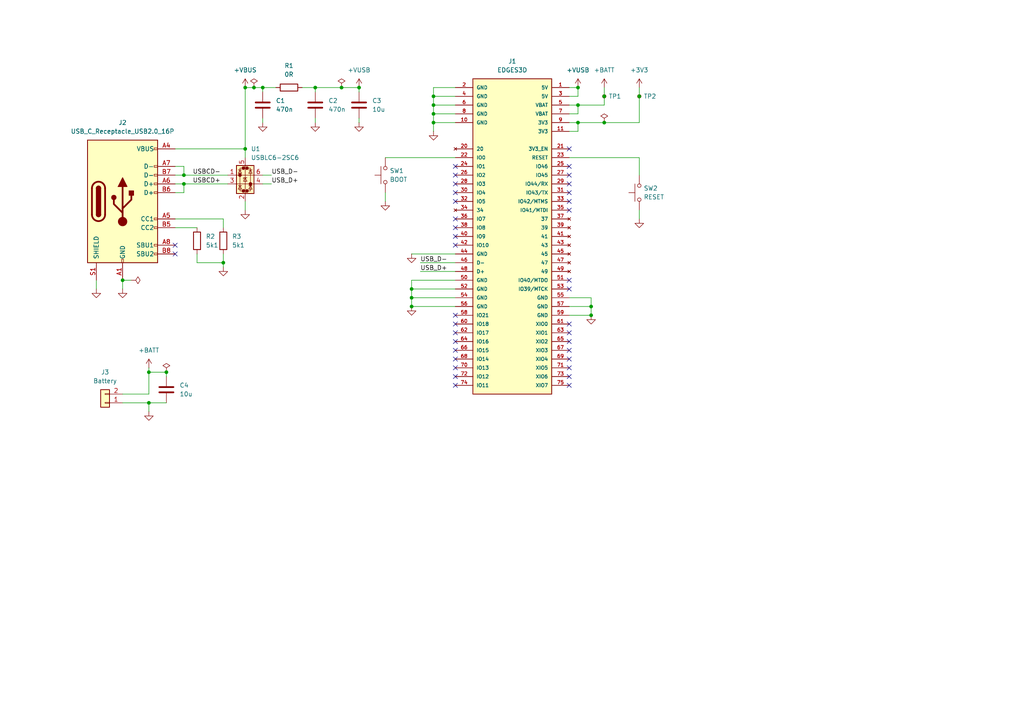
<source format=kicad_sch>
(kicad_sch (version 20250114) (generator "eeschema") (generator_version "9.0")
  (paper "A4")
  (title_block (title "ESP32-S3 UM CarrierBoard") (date "2025-10-30") (rev "A") (company "Tom Limerkens"))
  (lib_symbols
    (symbol "Connector_Generic:Conn_01x02" (pin_names (offset 1.016) (hide yes))
      (property "Reference" "J" (at 0 2.54 0))
      (property "Value" "Conn_01x02" (at 0 -5.08 0))
      (symbol "Conn_01x02_1_1"
        (rectangle (start -1.27 1.27) (end 1.27 -3.81) (stroke (width 0.254)) (fill (type background)))
        (rectangle (start -1.27 0.127) (end 0 -0.127) (stroke (width 0.1524)))
        (rectangle (start -1.27 -2.413) (end 0 -2.667) (stroke (width 0.1524)))
        (pin passive line (at -5.08 0 0) (length 3.81) (name "Pin_1") (number "1"))
        (pin passive line (at -5.08 -2.54 0) (length 3.81) (name "Pin_2") (number "2"))
      )
    )
    (symbol "ESP32S3UMCarrierBoard:C_10uF" (pin_numbers (hide yes)) (pin_names (offset 0.254))
      (property "Reference" "C" (at 0.635 2.54 0))
      (property "Value" "10u" (at 0.635 -2.54 0))
      (symbol "C_10uF_0_1"
        (polyline (pts (xy -2.032 0.762) (xy 2.032 0.762)) (stroke (width 0.508)))
        (polyline (pts (xy -2.032 -0.762) (xy 2.032 -0.762)) (stroke (width 0.508)))
      )
      (symbol "C_10uF_1_1"
        (pin passive line (at 0 3.81 270) (length 2.794) (name "~") (number "1"))
        (pin passive line (at 0 -3.81 90) (length 2.794) (name "~") (number "2"))
      )
    )
    (symbol "ESP32S3UMCarrierBoard:C_470nF" (pin_numbers (hide yes)) (pin_names (offset 0.254))
      (property "Reference" "C" (at 0.635 2.54 0))
      (property "Value" "470n" (at 0.635 -2.54 0))
      (symbol "C_470nF_0_1"
        (polyline (pts (xy -2.032 0.762) (xy 2.032 0.762)) (stroke (width 0.508)))
        (polyline (pts (xy -2.032 -0.762) (xy 2.032 -0.762)) (stroke (width 0.508)))
      )
      (symbol "C_470nF_1_1"
        (pin passive line (at 0 3.81 270) (length 2.794) (name "~") (number "1"))
        (pin passive line (at 0 -3.81 90) (length 2.794) (name "~") (number "2"))
      )
    )
    (symbol "ESP32S3UMCarrierBoard:R_0" (pin_numbers (hide yes)) (pin_names (offset 0))
      (property "Reference" "R" (at 2.032 0 90))
      (property "Value" "0R" (at 0 0 90))
      (symbol "R_0_0_1"
        (rectangle (start -1.016 -2.54) (end 1.016 2.54) (stroke (width 0.254)))
      )
      (symbol "R_0_1_1"
        (pin passive line (at 0 3.81 270) (length 1.27) (name "~") (number "1"))
        (pin passive line (at 0 -3.81 90) (length 1.27) (name "~") (number "2"))
      )
    )
    (symbol "ESP32S3UMCarrierBoard:R_5k1" (pin_numbers (hide yes)) (pin_names (offset 0))
      (property "Reference" "R" (at 2.032 0 90))
      (property "Value" "5k1" (at 0 0 90))
      (symbol "R_5k1_0_1"
        (rectangle (start -1.016 -2.54) (end 1.016 2.54) (stroke (width 0.254)))
      )
      (symbol "R_5k1_1_1"
        (pin passive line (at 0 3.81 270) (length 1.27) (name "~") (number "1"))
        (pin passive line (at 0 -3.81 90) (length 1.27) (name "~") (number "2"))
      )
    )
    (symbol "ESP32S3UMCarrierBoard:USBLC6-2SC6" (pin_names (hide yes))
      (property "Reference" "U" (at 0.635 5.715 0))
      (property "Value" "USBLC6-2SC6" (at 0.635 3.81 0))
      (symbol "USBLC6-2SC6_0_0"
        (circle (center -1.524 0) (radius 0.0001) (stroke (width 0.508)))
        (circle (center -0.508 2.032) (radius 0.0001) (stroke (width 0.508)))
        (circle (center -0.508 -4.572) (radius 0.0001) (stroke (width 0.508)))
        (circle (center 0.508 2.032) (radius 0.0001) (stroke (width 0.508)))
        (circle (center 0.508 -4.572) (radius 0.0001) (stroke (width 0.508)))
        (circle (center 1.524 -2.54) (radius 0.0001) (stroke (width 0.508)))
      )
      (symbol "USBLC6-2SC6_0_1"
        (polyline (pts (xy -2.54 0) (xy 2.54 0)))
        (polyline (pts (xy -2.54 -2.54) (xy 2.54 -2.54)))
        (polyline (pts (xy -2.032 0.508) (xy -1.016 0.508) (xy -1.524 1.524) (xy -2.032 0.508)))
        (polyline (pts (xy -2.032 -3.048) (xy -1.016 -3.048)))
        (polyline (pts (xy -1.016 1.524) (xy -2.032 1.524)))
        (polyline (pts (xy -1.016 -4.064) (xy -2.032 -4.064) (xy -1.524 -3.048) (xy -1.016 -4.064)))
        (polyline (pts (xy -0.508 -1.143) (xy -0.508 -0.762) (xy 0.508 -0.762)))
        (polyline (pts (xy 0 2.54) (xy -0.508 2.032) (xy 0.508 2.032) (xy 0 1.524) (xy 0 -4.064) (xy -0.508 -4.572) (xy 0.508 -4.572) (xy 0 -5.08)))
        (polyline (pts (xy 0.508 -1.778) (xy -0.508 -1.778) (xy 0 -0.762) (xy 0.508 -1.778)))
        (polyline (pts (xy 1.016 1.524) (xy 2.032 1.524)))
        (polyline (pts (xy 1.016 -3.048) (xy 2.032 -3.048)))
        (polyline (pts (xy 2.032 0.508) (xy 1.016 0.508) (xy 1.524 1.524) (xy 2.032 0.508)))
        (polyline (pts (xy 2.032 -4.064) (xy 1.016 -4.064) (xy 1.524 -3.048) (xy 2.032 -4.064)))
      )
      (symbol "USBLC6-2SC6_1_1"
        (rectangle (start -2.54 2.794) (end 2.54 -5.334) (stroke (width 0.254)) (fill (type background)))
        (polyline (pts (xy -0.508 2.032) (xy -1.524 2.032) (xy -1.524 -4.572) (xy -0.508 -4.572)))
        (polyline (pts (xy 0.508 -4.572) (xy 1.524 -4.572) (xy 1.524 2.032) (xy 0.508 2.032)))
        (pin passive line (at -5.08 0 0) (length 2.54) (name "I/O1") (number "1"))
        (pin passive line (at -5.08 -2.54 0) (length 2.54) (name "I/O2") (number "3"))
        (pin passive line (at 0 5.08 270) (length 2.54) (name "VBUS") (number "5"))
        (pin passive line (at 0 -7.62 90) (length 2.54) (name "GND") (number "2"))
        (pin passive line (at 5.08 0 180) (length 2.54) (name "I/O1") (number "6"))
        (pin passive line (at 5.08 -2.54 180) (length 2.54) (name "I/O2") (number "4"))
      )
    )
    (symbol "ESP32S3UMCarrierBoard:USB_C_Receptacle_USB2.0_16P" (pin_names (offset 1.016))
      (property "Reference" "J" (at 0 22.225 0))
      (property "Value" "USB_C_Receptacle_USB2.0_16P" (at 0 19.685 0))
      (symbol "USB_C_Receptacle_USB2.0_16P_0_0"
        (rectangle (start -0.254 -17.78) (end 0.254 -16.764))
        (rectangle (start 10.16 15.494) (end 9.144 14.986))
        (rectangle (start 10.16 10.414) (end 9.144 9.906))
        (rectangle (start 10.16 7.874) (end 9.144 7.366))
        (rectangle (start 10.16 5.334) (end 9.144 4.826))
        (rectangle (start 10.16 2.794) (end 9.144 2.286))
        (rectangle (start 10.16 -4.826) (end 9.144 -5.334))
        (rectangle (start 10.16 -7.366) (end 9.144 -7.874))
        (rectangle (start 10.16 -12.446) (end 9.144 -12.954))
        (rectangle (start 10.16 -14.986) (end 9.144 -15.494))
      )
      (symbol "USB_C_Receptacle_USB2.0_16P_0_1"
        (rectangle (start -10.16 17.78) (end 10.16 -17.78) (stroke (width 0.254)) (fill (type background)))
        (polyline (pts (xy -8.89 -3.81) (xy -8.89 3.81)) (stroke (width 0.508)))
        (rectangle (start -7.62 -3.81) (end -6.35 3.81) (stroke (width 0.254)) (fill (type outline)))
        (arc (start -7.62 3.81) (mid -6.985 4.4423) (end -6.35 3.81) (stroke (width 0.254)))
        (arc (start -7.62 3.81) (mid -6.985 4.4423) (end -6.35 3.81) (stroke (width 0.254)) (fill (type outline)))
        (arc (start -8.89 3.81) (mid -6.985 5.7067) (end -5.08 3.81) (stroke (width 0.508)))
        (arc (start -5.08 -3.81) (mid -6.985 -5.7067) (end -8.89 -3.81) (stroke (width 0.508)))
        (arc (start -6.35 -3.81) (mid -6.985 -4.4423) (end -7.62 -3.81) (stroke (width 0.254)))
        (arc (start -6.35 -3.81) (mid -6.985 -4.4423) (end -7.62 -3.81) (stroke (width 0.254)) (fill (type outline)))
        (polyline (pts (xy -5.08 3.81) (xy -5.08 -3.81)) (stroke (width 0.508)))
        (circle (center -2.54 1.143) (radius 0.635) (stroke (width 0.254)) (fill (type outline)))
        (polyline (pts (xy -1.27 4.318) (xy 0 6.858) (xy 1.27 4.318) (xy -1.27 4.318)) (stroke (width 0.254)) (fill (type outline)))
        (polyline (pts (xy 0 -2.032) (xy 2.54 0.508) (xy 2.54 1.778)) (stroke (width 0.508)))
        (polyline (pts (xy 0 -3.302) (xy -2.54 -0.762) (xy -2.54 0.508)) (stroke (width 0.508)))
        (polyline (pts (xy 0 -5.842) (xy 0 4.318)) (stroke (width 0.508)))
        (circle (center 0 -5.842) (radius 1.27) (fill (type outline)))
        (rectangle (start 1.905 1.778) (end 3.175 3.048) (stroke (width 0.254)) (fill (type outline)))
      )
      (symbol "USB_C_Receptacle_USB2.0_16P_1_1"
        (pin passive line (at -7.62 -22.86 90) (length 5.08) (name "SHIELD") (number "S1"))
        (pin passive line (at 0 -22.86 90) (length 5.08) (name "GND") (number "A1"))
        (pin passive line (at 0 -22.86 90) (length 5.08) (hide yes) (name "GND") (number "A12"))
        (pin passive line (at 0 -22.86 90) (length 5.08) (hide yes) (name "GND") (number "B1"))
        (pin passive line (at 0 -22.86 90) (length 5.08) (hide yes) (name "GND") (number "B12"))
        (pin passive line (at 15.24 15.24 180) (length 5.08) (name "VBUS") (number "A4"))
        (pin passive line (at 15.24 15.24 180) (length 5.08) (hide yes) (name "VBUS") (number "A9"))
        (pin passive line (at 15.24 15.24 180) (length 5.08) (hide yes) (name "VBUS") (number "B4"))
        (pin passive line (at 15.24 15.24 180) (length 5.08) (hide yes) (name "VBUS") (number "B9"))
        (pin bidirectional line (at 15.24 10.16 180) (length 5.08) (name "D-") (number "A7"))
        (pin bidirectional line (at 15.24 7.62 180) (length 5.08) (name "D-") (number "B7"))
        (pin bidirectional line (at 15.24 5.08 180) (length 5.08) (name "D+") (number "A6"))
        (pin bidirectional line (at 15.24 2.54 180) (length 5.08) (name "D+") (number "B6"))
        (pin bidirectional line (at 15.24 -5.08 180) (length 5.08) (name "CC1") (number "A5"))
        (pin bidirectional line (at 15.24 -7.62 180) (length 5.08) (name "CC2") (number "B5"))
        (pin bidirectional line (at 15.24 -12.7 180) (length 5.08) (name "SBU1") (number "A8"))
        (pin bidirectional line (at 15.24 -15.24 180) (length 5.08) (name "SBU2") (number "B8"))
      )
    )
    (symbol "EdgeS3D:EdgeS3D" (pin_names (offset 1.016))
      (property "Reference" "J3" (at 10.16 5.08 0))
      (property "Value" "EDGES3D" (at 10.16 2.54 0))
      (symbol "EdgeS3D_0_0"
        (rectangle (start 0 0) (end 22.86 -91.44) (stroke (width 0.254)) (fill (type background)))
      )
      (symbol "EdgeS3D_1_0"
        (pin passive line (at -5.08 -2.54 0) (length 5.08) (name "GND") (number "2"))
        (pin passive line (at -5.08 -5.08 0) (length 5.08) (name "GND") (number "4"))
        (pin passive line (at -5.08 -7.62 0) (length 5.08) (name "GND") (number "6"))
        (pin passive line (at -5.08 -10.16 0) (length 5.08) (name "GND") (number "8"))
        (pin passive line (at -5.08 -12.7 0) (length 5.08) (name "GND") (number "10"))
        (pin no_connect line (at -5.08 -20.32 0) (length 5.08) (name "20") (number "20"))
        (pin passive line (at -5.08 -22.86 0) (length 5.08) (name "IO0") (number "22"))
        (pin passive line (at -5.08 -25.4 0) (length 5.08) (name "IO1") (number "24"))
        (pin passive line (at -5.08 -27.94 0) (length 5.08) (name "IO2") (number "26"))
        (pin passive line (at -5.08 -30.48 0) (length 5.08) (name "IO3") (number "28"))
        (pin passive line (at -5.08 -33.02 0) (length 5.08) (name "IO4") (number "30"))
        (pin passive line (at -5.08 -35.56 0) (length 5.08) (name "IO5") (number "32"))
        (pin no_connect line (at -5.08 -38.1 0) (length 5.08) (name "34") (number "34"))
        (pin passive line (at -5.08 -40.64 0) (length 5.08) (name "IO7") (number "36"))
        (pin passive line (at -5.08 -43.18 0) (length 5.08) (name "IO8") (number "38"))
        (pin passive line (at -5.08 -45.72 0) (length 5.08) (name "IO9") (number "40"))
        (pin passive line (at -5.08 -48.26 0) (length 5.08) (name "IO10") (number "42"))
        (pin passive line (at -5.08 -50.8 0) (length 5.08) (name "GND") (number "44"))
        (pin passive line (at -5.08 -53.34 0) (length 5.08) (name "D-") (number "46"))
        (pin passive line (at -5.08 -55.88 0) (length 5.08) (name "D+") (number "48"))
        (pin passive line (at -5.08 -58.42 0) (length 5.08) (name "GND") (number "50"))
        (pin passive line (at -5.08 -60.96 0) (length 5.08) (name "GND") (number "52"))
        (pin passive line (at -5.08 -63.5 0) (length 5.08) (name "GND") (number "54"))
        (pin passive line (at -5.08 -66.04 0) (length 5.08) (name "GND") (number "56"))
        (pin passive line (at -5.08 -68.58 0) (length 5.08) (name "IO21") (number "58"))
        (pin passive line (at -5.08 -71.12 0) (length 5.08) (name "IO18") (number "60"))
        (pin passive line (at -5.08 -73.66 0) (length 5.08) (name "IO17") (number "62"))
        (pin passive line (at -5.08 -76.2 0) (length 5.08) (name "IO16") (number "64"))
        (pin passive line (at -5.08 -78.74 0) (length 5.08) (name "IO15") (number "66"))
        (pin passive line (at -5.08 -81.28 0) (length 5.08) (name "IO14") (number "68"))
        (pin passive line (at -5.08 -83.82 0) (length 5.08) (name "IO13") (number "70"))
        (pin passive line (at -5.08 -86.36 0) (length 5.08) (name "IO12") (number "72"))
        (pin passive line (at -5.08 -88.9 0) (length 5.08) (name "IO11") (number "74"))
        (pin passive line (at 27.94 -2.54 180) (length 5.08) (name "5V") (number "1"))
        (pin passive line (at 27.94 -5.08 180) (length 5.08) (name "5V") (number "3"))
        (pin passive line (at 27.94 -7.62 180) (length 5.08) (name "VBAT") (number "5"))
        (pin passive line (at 27.94 -10.16 180) (length 5.08) (name "VBAT") (number "7"))
        (pin passive line (at 27.94 -12.7 180) (length 5.08) (name "3V3") (number "9"))
        (pin passive line (at 27.94 -15.24 180) (length 5.08) (name "3V3") (number "11"))
        (pin passive line (at 27.94 -20.32 180) (length 5.08) (name "3V3_EN") (number "21"))
        (pin passive line (at 27.94 -22.86 180) (length 5.08) (name "RESET") (number "23"))
        (pin passive line (at 27.94 -25.4 180) (length 5.08) (name "IO46") (number "25"))
        (pin passive line (at 27.94 -27.94 180) (length 5.08) (name "IO45") (number "27"))
        (pin passive line (at 27.94 -30.48 180) (length 5.08) (name "IO44/RX") (number "29"))
        (pin passive line (at 27.94 -33.02 180) (length 5.08) (name "IO43/TX") (number "31"))
        (pin passive line (at 27.94 -35.56 180) (length 5.08) (name "IO42/MTMS") (number "33"))
        (pin passive line (at 27.94 -38.1 180) (length 5.08) (name "IO41/MTDI") (number "35"))
        (pin no_connect line (at 27.94 -40.64 180) (length 5.08) (name "37") (number "37"))
        (pin no_connect line (at 27.94 -43.18 180) (length 5.08) (name "39") (number "39"))
        (pin no_connect line (at 27.94 -45.72 180) (length 5.08) (name "41") (number "41"))
        (pin no_connect line (at 27.94 -48.26 180) (length 5.08) (name "43") (number "43"))
        (pin no_connect line (at 27.94 -50.8 180) (length 5.08) (name "45") (number "45"))
        (pin no_connect line (at 27.94 -53.34 180) (length 5.08) (name "47") (number "47"))
        (pin no_connect line (at 27.94 -55.88 180) (length 5.08) (name "49") (number "49"))
        (pin passive line (at 27.94 -58.42 180) (length 5.08) (name "IO40/MTDO") (number "51"))
        (pin passive line (at 27.94 -60.96 180) (length 5.08) (name "IO39/MTCK") (number "53"))
        (pin passive line (at 27.94 -63.5 180) (length 5.08) (name "GND") (number "55"))
        (pin passive line (at 27.94 -66.04 180) (length 5.08) (name "GND") (number "57"))
        (pin passive line (at 27.94 -68.58 180) (length 5.08) (name "GND") (number "59"))
        (pin passive line (at 27.94 -71.12 180) (length 5.08) (name "XIO0") (number "61"))
        (pin passive line (at 27.94 -73.66 180) (length 5.08) (name "XIO1") (number "63"))
        (pin passive line (at 27.94 -76.2 180) (length 5.08) (name "XIO2") (number "65"))
        (pin passive line (at 27.94 -78.74 180) (length 5.08) (name "XIO3") (number "67"))
        (pin passive line (at 27.94 -81.28 180) (length 5.08) (name "XIO4") (number "69"))
        (pin passive line (at 27.94 -83.82 180) (length 5.08) (name "XIO5") (number "71"))
        (pin passive line (at 27.94 -86.36 180) (length 5.08) (name "XIO6") (number "73"))
        (pin passive line (at 27.94 -88.9 180) (length 5.08) (name "XIO7") (number "75"))
      )
    )
    (symbol "LiTo_OptoElectrical_Components:LiTo_TP_Small" (pin_numbers (hide yes)) (pin_names (offset 0.762) (hide yes)) (in_bom no)
      (property "Reference" "TP" (at 0.254 1.778 0))
      (symbol "LiTo_TP_Small_0_1"
        (circle (center 0 0) (radius 0.508))
      )
      (symbol "LiTo_TP_Small_1_1"
        (pin passive line (at 0 0 90) (length 0) (name "1") (number "1"))
      )
    )
    (symbol "Switch:SW_Push" (pin_numbers (hide yes)) (pin_names (offset 1.016) (hide yes))
      (property "Reference" "SW" (at 1.27 2.54 0))
      (property "Value" "SW_Push" (at 0 -1.524 0))
      (symbol "SW_Push_0_1"
        (circle (center -2.032 0) (radius 0.508))
        (polyline (pts (xy 0 1.27) (xy 0 3.048)))
        (circle (center 2.032 0) (radius 0.508))
        (polyline (pts (xy 2.54 1.27) (xy -2.54 1.27)))
        (pin passive line (at -5.08 0 0) (length 2.54) (name "1") (number "1"))
        (pin passive line (at 5.08 0 180) (length 2.54) (name "2") (number "2"))
      )
    )
    (symbol "power:+3V3" (power) (pin_numbers (hide yes)) (pin_names (offset 0) (hide yes))
      (property "Value" "+3V3" (at 0 3.556 0))
      (symbol "+3V3_0_1"
        (polyline (pts (xy -0.762 1.27) (xy 0 2.54)))
        (polyline (pts (xy 0 2.54) (xy 0.762 1.27)))
        (polyline (pts (xy 0 0) (xy 0 2.54)))
      )
      (symbol "+3V3_1_1"
        (pin power_in line (at 0 0 90) (length 0) (name "~") (number "1"))
      )
    )
    (symbol "power:+5V" (power) (pin_numbers (hide yes)) (pin_names (offset 0) (hide yes))
      (property "Value" "+5V" (at 0 3.556 0))
      (symbol "+5V_0_1"
        (polyline (pts (xy -0.762 1.27) (xy 0 2.54)))
        (polyline (pts (xy 0 2.54) (xy 0.762 1.27)))
        (polyline (pts (xy 0 0) (xy 0 2.54)))
      )
      (symbol "+5V_1_1"
        (pin power_in line (at 0 0 90) (length 0) (name "~") (number "1"))
      )
    )
    (symbol "power:+BATT" (power) (pin_numbers (hide yes)) (pin_names (offset 0) (hide yes))
      (property "Value" "+BATT" (at 0 3.556 0))
      (symbol "+BATT_0_1"
        (polyline (pts (xy -0.762 1.27) (xy 0 2.54)))
        (polyline (pts (xy 0 2.54) (xy 0.762 1.27)))
        (polyline (pts (xy 0 0) (xy 0 2.54)))
      )
      (symbol "+BATT_1_1"
        (pin power_in line (at 0 0 90) (length 0) (name "~") (number "1"))
      )
    )
    (symbol "power:GND" (power) (pin_numbers (hide yes)) (pin_names (offset 0) (hide yes))
      (property "Value" "GND" (at 0 -3.81 0))
      (symbol "GND_0_1"
        (polyline (pts (xy 0 0) (xy 0 -1.27) (xy 1.27 -1.27) (xy 0 -2.54) (xy -1.27 -1.27) (xy 0 -1.27)))
      )
      (symbol "GND_1_1"
        (pin power_in line (at 0 0 270) (length 0) (name "~") (number "1"))
      )
    )
    (symbol "power:PWR_FLAG" (power) (pin_numbers (hide yes)) (pin_names (offset 0) (hide yes))
      (property "Value" "PWR_FLAG" (at 0 3.81 0))
      (symbol "PWR_FLAG_0_0"
        (pin power_out line (at 0 0 90) (length 0) (name "~") (number "1"))
      )
      (symbol "PWR_FLAG_0_1"
        (polyline (pts (xy 0 0) (xy 0 1.27) (xy -1.016 1.905) (xy 0 2.54) (xy 1.016 1.905) (xy 0 1.27)))
      )
    )
    (symbol "power:VBUS" (power) (pin_numbers (hide yes)) (pin_names (offset 0) (hide yes))
      (property "Value" "VBUS" (at 0 3.556 0))
      (symbol "VBUS_0_1"
        (polyline (pts (xy -0.762 1.27) (xy 0 2.54)))
        (polyline (pts (xy 0 2.54) (xy 0.762 1.27)))
        (polyline (pts (xy 0 0) (xy 0 2.54)))
      )
      (symbol "VBUS_1_1"
        (pin power_in line (at 0 0 90) (length 0) (name "~") (number "1"))
      )
    )
  )
  (junction (at 167.64 25.4))
  (junction (at 119.38 83.82))
  (junction (at 48.26 107.95))
  (junction (at 53.34 50.8))
  (junction (at 125.73 33.02))
  (junction (at 64.77 76.2))
  (junction (at 175.26 27.94))
  (junction (at 43.18 116.84))
  (junction (at 73.66 25.4))
  (junction (at 53.34 53.34))
  (junction (at 76.2 25.4))
  (junction (at 104.14 25.4))
  (junction (at 167.64 30.48))
  (junction (at 185.42 27.94))
  (junction (at 171.45 91.44))
  (junction (at 167.64 35.56))
  (junction (at 71.12 25.4))
  (junction (at 91.44 25.4))
  (junction (at 125.73 27.94))
  (junction (at 43.18 107.95))
  (junction (at 125.73 30.48))
  (junction (at 119.38 86.36))
  (junction (at 125.73 35.56))
  (junction (at 35.56 81.28))
  (junction (at 99.06 25.4))
  (junction (at 171.45 88.9))
  (junction (at 119.38 88.9))
  (junction (at 175.26 35.56))
  (junction (at 71.12 43.18))
  (no_connect (at 50.8 73.66))
  (no_connect (at 165.1 111.76))
  (no_connect (at 165.1 55.88))
  (no_connect (at 132.08 104.14))
  (no_connect (at 165.1 48.26))
  (no_connect (at 132.08 53.34))
  (no_connect (at 165.1 99.06))
  (no_connect (at 165.1 58.42))
  (no_connect (at 132.08 63.5))
  (no_connect (at 132.08 111.76))
  (no_connect (at 165.1 106.68))
  (no_connect (at 165.1 53.34))
  (no_connect (at 165.1 109.22))
  (no_connect (at 165.1 50.8))
  (no_connect (at 132.08 71.12))
  (no_connect (at 165.1 60.96))
  (no_connect (at 165.1 43.18))
  (no_connect (at 132.08 93.98))
  (no_connect (at 132.08 109.22))
  (no_connect (at 165.1 81.28))
  (no_connect (at 132.08 66.04))
  (no_connect (at 132.08 50.8))
  (no_connect (at 165.1 96.52))
  (no_connect (at 132.08 48.26))
  (no_connect (at 132.08 106.68))
  (no_connect (at 132.08 58.42))
  (no_connect (at 132.08 96.52))
  (no_connect (at 132.08 91.44))
  (no_connect (at 165.1 93.98))
  (no_connect (at 165.1 104.14))
  (no_connect (at 165.1 83.82))
  (no_connect (at 50.8 71.12))
  (no_connect (at 132.08 101.6))
  (no_connect (at 132.08 55.88))
  (no_connect (at 132.08 99.06))
  (no_connect (at 132.08 68.58))
  (no_connect (at 165.1 101.6))
  (wire (pts (xy 171.45 88.9) (xy 171.45 91.44)))
  (wire (pts (xy 64.77 63.5) (xy 64.77 66.04)))
  (wire (pts (xy 119.38 83.82) (xy 119.38 86.36)))
  (wire (pts (xy 64.77 76.2) (xy 57.15 76.2)))
  (wire (pts (xy 165.1 25.4) (xy 167.64 25.4)))
  (wire (pts (xy 43.18 114.3) (xy 43.18 107.95)))
  (wire (pts (xy 167.64 33.02) (xy 167.64 30.48)))
  (wire (pts (xy 50.8 43.18) (xy 71.12 43.18)))
  (wire (pts (xy 50.8 50.8) (xy 53.34 50.8)))
  (wire (pts (xy 185.42 60.96) (xy 185.42 63.5)))
  (wire (pts (xy 125.73 30.48) (xy 125.73 33.02)))
  (wire (pts (xy 165.1 38.1) (xy 167.64 38.1)))
  (wire (pts (xy 35.56 114.3) (xy 43.18 114.3)))
  (wire (pts (xy 76.2 25.4) (xy 80.01 25.4)))
  (wire (pts (xy 165.1 88.9) (xy 171.45 88.9)))
  (wire (pts (xy 99.06 25.4) (xy 104.14 25.4)))
  (wire (pts (xy 91.44 25.4) (xy 91.44 26.67)))
  (wire (pts (xy 48.26 107.95) (xy 43.18 107.95)))
  (wire (pts (xy 125.73 33.02) (xy 132.08 33.02)))
  (wire (pts (xy 35.56 81.28) (xy 38.1 81.28)))
  (wire (pts (xy 125.73 27.94) (xy 125.73 30.48)))
  (wire (pts (xy 91.44 25.4) (xy 99.06 25.4)))
  (wire (pts (xy 132.08 35.56) (xy 125.73 35.56)))
  (wire (pts (xy 64.77 77.47) (xy 64.77 76.2)))
  (wire (pts (xy 71.12 43.18) (xy 71.12 45.72)))
  (wire (pts (xy 185.42 35.56) (xy 175.26 35.56)))
  (wire (pts (xy 175.26 27.94) (xy 175.26 30.48)))
  (wire (pts (xy 165.1 45.72) (xy 185.42 45.72)))
  (wire (pts (xy 57.15 73.66) (xy 57.15 76.2)))
  (wire (pts (xy 111.76 45.72) (xy 132.08 45.72)))
  (wire (pts (xy 171.45 86.36) (xy 171.45 88.9)))
  (wire (pts (xy 119.38 83.82) (xy 132.08 83.82)))
  (wire (pts (xy 64.77 73.66) (xy 64.77 76.2)))
  (wire (pts (xy 76.2 50.8) (xy 78.74 50.8)))
  (wire (pts (xy 53.34 53.34) (xy 66.04 53.34)))
  (wire (pts (xy 71.12 58.42) (xy 71.12 60.96)))
  (wire (pts (xy 165.1 35.56) (xy 167.64 35.56)))
  (wire (pts (xy 87.63 25.4) (xy 91.44 25.4)))
  (wire (pts (xy 167.64 27.94) (xy 167.64 25.4)))
  (wire (pts (xy 50.8 63.5) (xy 64.77 63.5)))
  (wire (pts (xy 121.92 76.2) (xy 132.08 76.2)))
  (wire (pts (xy 165.1 30.48) (xy 167.64 30.48)))
  (wire (pts (xy 43.18 107.95) (xy 43.18 106.68)))
  (wire (pts (xy 104.14 25.4) (xy 104.14 26.67)))
  (wire (pts (xy 50.8 66.04) (xy 57.15 66.04)))
  (wire (pts (xy 50.8 55.88) (xy 53.34 55.88)))
  (wire (pts (xy 50.8 48.26) (xy 53.34 48.26)))
  (wire (pts (xy 119.38 73.66) (xy 132.08 73.66)))
  (wire (pts (xy 175.26 35.56) (xy 167.64 35.56)))
  (wire (pts (xy 35.56 81.28) (xy 35.56 83.82)))
  (wire (pts (xy 76.2 34.29) (xy 76.2 35.56)))
  (wire (pts (xy 50.8 53.34) (xy 53.34 53.34)))
  (wire (pts (xy 165.1 91.44) (xy 171.45 91.44)))
  (wire (pts (xy 119.38 86.36) (xy 119.38 88.9)))
  (wire (pts (xy 119.38 88.9) (xy 132.08 88.9)))
  (wire (pts (xy 119.38 86.36) (xy 132.08 86.36)))
  (wire (pts (xy 175.26 30.48) (xy 167.64 30.48)))
  (wire (pts (xy 71.12 25.4) (xy 71.12 43.18)))
  (wire (pts (xy 125.73 25.4) (xy 125.73 27.94)))
  (wire (pts (xy 53.34 53.34) (xy 53.34 55.88)))
  (wire (pts (xy 175.26 25.4) (xy 175.26 27.94)))
  (wire (pts (xy 53.34 48.26) (xy 53.34 50.8)))
  (wire (pts (xy 125.73 33.02) (xy 125.73 35.56)))
  (wire (pts (xy 185.42 25.4) (xy 185.42 27.94)))
  (wire (pts (xy 27.94 81.28) (xy 27.94 83.82)))
  (wire (pts (xy 104.14 34.29) (xy 104.14 35.56)))
  (wire (pts (xy 111.76 55.88) (xy 111.76 58.42)))
  (wire (pts (xy 35.56 116.84) (xy 43.18 116.84)))
  (wire (pts (xy 43.18 116.84) (xy 48.26 116.84)))
  (wire (pts (xy 125.73 30.48) (xy 132.08 30.48)))
  (wire (pts (xy 91.44 34.29) (xy 91.44 35.56)))
  (wire (pts (xy 121.92 78.74) (xy 132.08 78.74)))
  (wire (pts (xy 53.34 50.8) (xy 66.04 50.8)))
  (wire (pts (xy 71.12 25.4) (xy 73.66 25.4)))
  (wire (pts (xy 165.1 27.94) (xy 167.64 27.94)))
  (wire (pts (xy 76.2 53.34) (xy 78.74 53.34)))
  (wire (pts (xy 132.08 25.4) (xy 125.73 25.4)))
  (wire (pts (xy 167.64 38.1) (xy 167.64 35.56)))
  (wire (pts (xy 119.38 81.28) (xy 119.38 83.82)))
  (wire (pts (xy 165.1 86.36) (xy 171.45 86.36)))
  (wire (pts (xy 48.26 109.22) (xy 48.26 107.95)))
  (wire (pts (xy 132.08 81.28) (xy 119.38 81.28)))
  (wire (pts (xy 125.73 35.56) (xy 125.73 38.1)))
  (wire (pts (xy 185.42 45.72) (xy 185.42 50.8)))
  (wire (pts (xy 43.18 116.84) (xy 43.18 119.38)))
  (wire (pts (xy 185.42 27.94) (xy 185.42 35.56)))
  (wire (pts (xy 73.66 25.4) (xy 76.2 25.4)))
  (wire (pts (xy 165.1 33.02) (xy 167.64 33.02)))
  (wire (pts (xy 76.2 25.4) (xy 76.2 26.67)))
  (wire (pts (xy 125.73 27.94) (xy 132.08 27.94)))
  (label "USB_D+" (at 78.74 53.34 0))
  (label "USB_D-" (at 78.74 50.8 0))
  (label "USBCD+" (at 55.88 53.34 0))
  (label "USBCD-" (at 55.88 50.8 0))
  (label "USB_D-" (at 121.92 76.2 0))
  (label "USB_D+" (at 121.92 78.74 0))
  (symbol (lib_id "EdgeS3D:EdgeS3D") (at 137.16 22.86 0) (unit 1)
    (property "Reference" "J1" (at 148.59 17.78 0))
    (property "Value" "EDGES3D" (at 148.59 20.32 0))
    (property "Footprint" "EdgeS3D:EdgeS3D" (effects (hide yes)))
    (property "MF" "Amphenol ICC" (effects (hide yes)))
    (property "MAXIMUM_PACKAGE_HEIGHT" "2.75 mm" (effects (hide yes)))
    (property "Package" "None" (effects (hide yes)))
    (property "Price" "None" (effects (hide yes)))
    (property "Check_prices" "https://www.snapeda.com/parts/MDT275B03001/Amphenol/view-part/?ref=eda" (effects (hide yes)))
    (property "STANDARD" "Manufacturer Recommendations" (effects (hide yes)))
    (property "PARTREV" "7" (effects (hide yes)))
    (property "SnapEDA_Link" "https://www.snapeda.com/parts/MDT275B03001/Amphenol/view-part/?ref=snap" (effects (hide yes)))
    (property "MP" "MDT275B03001" (effects (hide yes)))
    (property "Description_1" "\n                        \n                            PCIe M.2 Connectors, Storage and Server Connector, P=0.5mm, H=2.75mm, Key B,Gold Plating\n                        \n" (effects (hide yes)))
    (property "Availability" "In Stock" (effects (hide yes)))
    (property "MANUFACTURER" "Amphenol" (effects (hide yes)))
  )
  (symbol (lib_id "power:+3V3") (at 185.42 25.4 0) (unit 1)
    (property "Reference" "#PWR05" (effects (hide yes)))
    (property "Value" "+3V3" (at 185.42 20.32 0))
    (property "Description" "Power symbol creates a global label with name \"+3V3\"" (effects (hide yes)))
  )
  (symbol (lib_id "power:PWR_FLAG") (at 73.66 25.4 0) (unit 1)
    (property "Reference" "#FLG01" (effects (hide yes)))
    (property "Value" "PWR_FLAG" (effects (hide yes)))
    (property "Description" "Special symbol for telling ERC where power comes from" (effects (hide yes)))
  )
  (symbol (lib_id "power:GND") (at 119.38 88.9 0) (unit 1)
    (property "Reference" "#PWR015" (effects (hide yes)))
    (property "Value" "GND" (effects (hide yes)))
    (property "Description" "Power symbol creates a global label with name \"GND\" , ground" (effects (hide yes)))
  )
  (symbol (lib_id "power:+BATT") (at 43.18 106.68 0) (unit 1)
    (property "Reference" "#PWR019" (effects (hide yes)))
    (property "Value" "+BATT" (at 43.18 101.6 0))
    (property "Description" "Power symbol creates a global label with name \"+BATT\"" (effects (hide yes)))
  )
  (symbol (lib_id "Connector_Generic:Conn_01x02") (at 30.48 116.84 180) (unit 1)
    (property "Reference" "J3" (at 30.48 107.95 0))
    (property "Value" "Battery" (at 30.48 110.49 0))
    (property "Footprint" "Connector_JST:JST_PH_S2B-PH-K_1x02_P2.00mm_Horizontal" (effects (hide yes)))
    (property "Description" "Generic connector, single row, 01x02, script generated (kicad-library-utils/schlib/autogen/connector/)" (effects (hide yes)))
  )
  (symbol (lib_id "Switch:SW_Push") (at 185.42 55.88 90) (unit 1)
    (property "Reference" "SW2" (at 186.69 54.6099 90) (effects (justify right)))
    (property "Value" "RESET" (at 186.69 57.1499 90) (effects (justify right)))
    (property "Footprint" "Button_Switch_THT:SW_PUSH_6mm" (effects (hide yes)))
    (property "Description" "Push button switch, generic, two pins" (effects (hide yes)))
  )
  (symbol (lib_id "power:PWR_FLAG") (at 48.26 107.95 0) (unit 1)
    (property "Reference" "#FLG04" (effects (hide yes)))
    (property "Value" "PWR_FLAG" (effects (hide yes)))
    (property "Description" "Special symbol for telling ERC where power comes from" (effects (hide yes)))
  )
  (symbol (lib_id "power:GND") (at 91.44 35.56 0) (unit 1)
    (property "Reference" "#PWR07" (effects (hide yes)))
    (property "Value" "GND" (effects (hide yes)))
    (property "Description" "Power symbol creates a global label with name \"GND\" , ground" (effects (hide yes)))
  )
  (symbol (lib_id "ESP32S3UMCarrierBoard:C_10uF") (at 104.14 30.48 0) (unit 1)
    (property "Reference" "C3" (at 107.95 29.2099 0) (effects (justify left)))
    (property "Value" "10u" (at 107.95 31.7499 0) (effects (justify left)))
    (property "Footprint" "Capacitor_SMD:C_0805_2012Metric" (effects (hide yes)))
    (property "Description" "10uF 25V X5R ±10% 0805 Multilayer Ceramic Capacitors MLCC - SMD/SMT ROHS" (effects (hide yes)))
    (property "LCSC" "C15850" (effects (hide yes)))
    (property "Distributer Link 1" "https://www.mouser.be/ProductDetail/Samsung-Electro-Mechanics/CL21A106KAYNNNE?qs=yOVawPpwOwmTXAd4dJtNjA%3D%3D" (effects (hide yes)))
  )
  (symbol (lib_id "power:PWR_FLAG") (at 99.06 25.4 0) (unit 1)
    (property "Reference" "#FLG02" (effects (hide yes)))
    (property "Value" "PWR_FLAG" (effects (hide yes)))
    (property "Description" "Special symbol for telling ERC where power comes from" (effects (hide yes)))
  )
  (symbol (lib_id "LiTo_OptoElectrical_Components:LiTo_TP_Small") (at 175.26 27.94 0) (unit 1) (in_bom no)
    (property "Reference" "TP1" (at 176.53 27.9399 0) (effects (justify left)))
    (property "Value" "LiTo_TP_Small" (effects (hide yes)))
    (property "Footprint" "TestPoint:TestPoint_Pad_D1.0mm" (effects (hide yes)))
    (property "Description" "test point" (effects (hide yes)))
  )
  (symbol (lib_id "power:GND") (at 35.56 83.82 0) (unit 1)
    (property "Reference" "#PWR014" (effects (hide yes)))
    (property "Value" "GND" (effects (hide yes)))
    (property "Description" "Power symbol creates a global label with name \"GND\" , ground" (effects (hide yes)))
  )
  (symbol (lib_id "LiTo_OptoElectrical_Components:LiTo_TP_Small") (at 185.42 27.94 0) (unit 1) (in_bom no)
    (property "Reference" "TP2" (at 186.69 27.9399 0) (effects (justify left)))
    (property "Value" "LiTo_TP_Small" (effects (hide yes)))
    (property "Footprint" "TestPoint:TestPoint_Pad_D1.0mm" (effects (hide yes)))
    (property "Description" "test point" (effects (hide yes)))
  )
  (symbol (lib_id "power:GND") (at 64.77 77.47 0) (unit 1)
    (property "Reference" "#PWR018" (effects (hide yes)))
    (property "Value" "GND" (effects (hide yes)))
    (property "Description" "Power symbol creates a global label with name \"GND\" , ground" (effects (hide yes)))
  )
  (symbol (lib_id "power:GND") (at 76.2 35.56 0) (unit 1)
    (property "Reference" "#PWR06" (effects (hide yes)))
    (property "Value" "GND" (effects (hide yes)))
    (property "Description" "Power symbol creates a global label with name \"GND\" , ground" (effects (hide yes)))
  )
  (symbol (lib_id "power:GND") (at 43.18 119.38 0) (unit 1)
    (property "Reference" "#PWR020" (effects (hide yes)))
    (property "Value" "GND" (effects (hide yes)))
    (property "Description" "Power symbol creates a global label with name \"GND\" , ground" (effects (hide yes)))
  )
  (symbol (lib_id "power:GND") (at 104.14 35.56 0) (unit 1)
    (property "Reference" "#PWR08" (effects (hide yes)))
    (property "Value" "GND" (effects (hide yes)))
    (property "Description" "Power symbol creates a global label with name \"GND\" , ground" (effects (hide yes)))
  )
  (symbol (lib_id "power:GND") (at 171.45 91.44 0) (unit 1)
    (property "Reference" "#PWR016" (effects (hide yes)))
    (property "Value" "GND" (effects (hide yes)))
    (property "Description" "Power symbol creates a global label with name \"GND\" , ground" (effects (hide yes)))
  )
  (symbol (lib_id "Switch:SW_Push") (at 111.76 50.8 90) (unit 1)
    (property "Reference" "SW1" (at 113.03 49.5299 90) (effects (justify right)))
    (property "Value" "BOOT" (at 113.03 52.0699 90) (effects (justify right)))
    (property "Footprint" "Button_Switch_THT:SW_PUSH_6mm" (effects (hide yes)))
    (property "Description" "Push button switch, generic, two pins" (effects (hide yes)))
  )
  (symbol (lib_id "power:PWR_FLAG") (at 38.1 81.28 270) (unit 1)
    (property "Reference" "#FLG03" (effects (hide yes)))
    (property "Value" "PWR_FLAG" (effects (hide yes)))
    (property "Description" "Special symbol for telling ERC where power comes from" (effects (hide yes)))
  )
  (symbol (lib_id "power:PWR_FLAG") (at 175.26 35.56 0) (unit 1)
    (property "Reference" "#FLG05" (effects (hide yes)))
    (property "Value" "PWR_FLAG" (effects (hide yes)))
    (property "Description" "Special symbol for telling ERC where power comes from" (effects (hide yes)))
  )
  (symbol (lib_id "ESP32S3UMCarrierBoard:R_5k1") (at 57.15 69.85 0) (unit 1)
    (property "Reference" "R2" (at 59.69 68.5799 0) (effects (justify left)))
    (property "Value" "5k1" (at 59.69 71.1199 0) (effects (justify left)))
    (property "Footprint" "Resistor_SMD:R_0201_0603Metric" (effects (hide yes)))
    (property "Description" "-55℃~+155℃ 100mW 5.1kΩ 75V Thick Film Resistor ±1% ±100ppm/℃ 0603 Chip Resistor - Surface Mount ROHS" (effects (hide yes)))
    (property "LCSC" "C23186" (effects (hide yes)))
    (property "Distributor Link 1" "https://www.mouser.be/ProductDetail/Royalohm/0603WAF5101T5E?qs=e8oIoAS2J1Tj0EjIlasOfQ%3D%3D" (effects (hide yes)))
    (property "Manufacturer Nr" "0603WAF5101T5E" (effects (hide yes)))
  )
  (symbol (lib_id "power:GND") (at 119.38 73.66 0) (unit 1)
    (property "Reference" "#PWR013" (effects (hide yes)))
    (property "Value" "GND" (effects (hide yes)))
    (property "Description" "Power symbol creates a global label with name \"GND\" , ground" (effects (hide yes)))
  )
  (symbol (lib_id "ESP32S3UMCarrierBoard:C_10uF") (at 48.26 113.03 0) (unit 1)
    (property "Reference" "C4" (at 52.07 111.7599 0) (effects (justify left)))
    (property "Value" "10u" (at 52.07 114.2999 0) (effects (justify left)))
    (property "Footprint" "Capacitor_SMD:C_0805_2012Metric" (effects (hide yes)))
    (property "Description" "10uF 25V X5R ±10% 0805 Multilayer Ceramic Capacitors MLCC - SMD/SMT ROHS" (effects (hide yes)))
    (property "LCSC" "C15850" (effects (hide yes)))
    (property "Distributer Link 1" "https://www.mouser.be/ProductDetail/Samsung-Electro-Mechanics/CL21A106KAYNNNE?qs=yOVawPpwOwmTXAd4dJtNjA%3D%3D" (effects (hide yes)))
  )
  (symbol (lib_id "ESP32S3UMCarrierBoard:USB_C_Receptacle_USB2.0_16P") (at 35.56 58.42 0) (unit 1)
    (property "Reference" "J2" (at 35.56 35.56 0))
    (property "Value" "USB_C_Receptacle_USB2.0_16P" (at 35.56 38.1 0))
    (property "Footprint" "Connector_USB:USB_C_Receptacle_GCT_USB4105-xx-A_16P_TopMnt_Horizontal" (effects (hide yes)))
    (property "Datasheet" "https://www.usb.org/sites/default/files/documents/usb_type-c.zip" (effects (hide yes)))
    (property "Description" "USB 2.0-only 16P Type-C Receptacle connector" (effects (hide yes)))
    (property "LCSC" "C3025063" (effects (hide yes)))
    (property "Supplier A" "https://www.mouser.be/ProductDetail/GCT/USB4105-GF-A-060" (effects (hide yes)))
  )
  (symbol (lib_id "power:+BATT") (at 175.26 25.4 0) (unit 1)
    (property "Reference" "#PWR04" (effects (hide yes)))
    (property "Value" "+BATT" (at 175.26 20.32 0))
    (property "Description" "Power symbol creates a global label with name \"+BATT\"" (effects (hide yes)))
  )
  (symbol (lib_id "power:VBUS") (at 104.14 25.4 0) (unit 1)
    (property "Reference" "#PWR02" (effects (hide yes)))
    (property "Value" "+VUSB" (at 104.14 20.32 0))
    (property "Description" "Power symbol creates a global label with name \"VBUS\"" (effects (hide yes)))
  )
  (symbol (lib_id "power:GND") (at 125.73 38.1 0) (unit 1)
    (property "Reference" "#PWR09" (effects (hide yes)))
    (property "Value" "GND" (effects (hide yes)))
    (property "Description" "Power symbol creates a global label with name \"GND\" , ground" (effects (hide yes)))
  )
  (symbol (lib_id "power:GND") (at 185.42 63.5 0) (unit 1)
    (property "Reference" "#PWR012" (effects (hide yes)))
    (property "Value" "GND" (effects (hide yes)))
    (property "Description" "Power symbol creates a global label with name \"GND\" , ground" (effects (hide yes)))
  )
  (symbol (lib_id "power:GND") (at 111.76 58.42 0) (unit 1)
    (property "Reference" "#PWR010" (effects (hide yes)))
    (property "Value" "GND" (effects (hide yes)))
    (property "Description" "Power symbol creates a global label with name \"GND\" , ground" (effects (hide yes)))
  )
  (symbol (lib_id "ESP32S3UMCarrierBoard:C_470nF") (at 91.44 30.48 0) (unit 1)
    (property "Reference" "C2" (at 95.25 29.2099 0) (effects (justify left)))
    (property "Value" "470n" (at 95.25 31.7499 0) (effects (justify left)))
    (property "Footprint" "Capacitor_SMD:C_0805_2012Metric" (effects (hide yes)))
    (property "Description" "10uF 25V X5R ±10% 0805 Multilayer Ceramic Capacitors MLCC - SMD/SMT ROHS" (effects (hide yes)))
    (property "LCSC" "C13967" (effects (hide yes)))
    (property "Distributer Link 1" "https://www.mouser.be/ProductDetail/Samsung-Electro-Mechanics/CL21B474KBFNNNE?qs=yOVawPpwOwl1dTA3cQdvzw%3D%3D" (effects (hide yes)))
    (property "Manufacturer" "CL21B474KBFNNNE" (effects (hide yes)))
  )
  (symbol (lib_id "power:GND") (at 71.12 60.96 0) (unit 1)
    (property "Reference" "#PWR011" (effects (hide yes)))
    (property "Value" "GND" (effects (hide yes)))
    (property "Description" "Power symbol creates a global label with name \"GND\" , ground" (effects (hide yes)))
  )
  (symbol (lib_id "power:GND") (at 27.94 83.82 0) (unit 1)
    (property "Reference" "#PWR017" (effects (hide yes)))
    (property "Value" "GND" (effects (hide yes)))
    (property "Description" "Power symbol creates a global label with name \"GND\" , ground" (effects (hide yes)))
  )
  (symbol (lib_id "power:VBUS") (at 71.12 25.4 0) (unit 1)
    (property "Reference" "#PWR01" (effects (hide yes)))
    (property "Value" "+VBUS" (at 71.12 20.32 0))
    (property "Description" "Power symbol creates a global label with name \"VBUS\"" (effects (hide yes)))
  )
  (symbol (lib_id "ESP32S3UMCarrierBoard:R_0") (at 83.82 25.4 90) (unit 1)
    (property "Reference" "R1" (at 83.82 19.05 90))
    (property "Value" "0R" (at 83.82 21.59 90))
    (property "Footprint" "Resistor_SMD:R_0201_0603Metric" (effects (hide yes)))
    (property "Description" "-55℃~+155℃ 0Ω 100mW 75V Thick Film Resistor ±1% 0603 Chip Resistor - Surface Mount ROHS" (effects (hide yes)))
    (property "LCSC" "C21189" (effects (hide yes)))
    (property "Distributor Link 1" "https://www.mouser.be/ProductDetail/Royalohm/0603WAF0000T5E?qs=e8oIoAS2J1QB8v%252BurhNd7A%3D%3D" (effects (hide yes)))
    (property "Manufacturer Nr" "0603WAF0000T5E" (effects (hide yes)))
  )
  (symbol (lib_id "power:+5V") (at 167.64 25.4 0) (unit 1)
    (property "Reference" "#PWR03" (effects (hide yes)))
    (property "Value" "+VUSB" (at 167.64 20.32 0))
    (property "Description" "Power symbol creates a global label with name \"+5V\"" (effects (hide yes)))
  )
  (symbol (lib_id "ESP32S3UMCarrierBoard:C_470nF") (at 76.2 30.48 0) (unit 1)
    (property "Reference" "C1" (at 80.01 29.2099 0) (effects (justify left)))
    (property "Value" "470n" (at 80.01 31.7499 0) (effects (justify left)))
    (property "Footprint" "Capacitor_SMD:C_0805_2012Metric" (effects (hide yes)))
    (property "Description" "10uF 25V X5R ±10% 0805 Multilayer Ceramic Capacitors MLCC - SMD/SMT ROHS" (effects (hide yes)))
    (property "LCSC" "C13967" (effects (hide yes)))
    (property "Distributer Link 1" "https://www.mouser.be/ProductDetail/Samsung-Electro-Mechanics/CL21B474KBFNNNE?qs=yOVawPpwOwl1dTA3cQdvzw%3D%3D" (effects (hide yes)))
    (property "Manufacturer" "CL21B474KBFNNNE" (effects (hide yes)))
  )
  (symbol (lib_id "ESP32S3UMCarrierBoard:USBLC6-2SC6") (at 71.12 50.8 0) (unit 1)
    (property "Reference" "U1" (at 72.7711 43.18 0) (effects (justify left)))
    (property "Value" "USBLC6-2SC6" (at 72.7711 45.72 0) (effects (justify left)))
    (property "Footprint" "Package_TO_SOT_SMD:SOT-23-6" (effects (hide yes)))
    (property "Datasheet" "https://www.st.com/resource/en/datasheet/usblc6-2.pdf" (effects (hide yes)))
    (property "Description" "Very low capacitance ESD protection diode, 2 data-line, SOT-23-6" (effects (hide yes)))
    (property "LCSC" "C7519" (effects (hide yes)))
    (property "Distributer Link 1" "https://www.mouser.be/ProductDetail/STMicroelectronics/USBLC6-2SC6?qs=po45yt2pPpu%2FhNIlwQdTlg%3D%3D" (effects (hide yes)))
  )
  (symbol (lib_id "ESP32S3UMCarrierBoard:R_5k1") (at 64.77 69.85 0) (unit 1)
    (property "Reference" "R3" (at 67.31 68.5799 0) (effects (justify left)))
    (property "Value" "5k1" (at 67.31 71.1199 0) (effects (justify left)))
    (property "Footprint" "Resistor_SMD:R_0201_0603Metric" (effects (hide yes)))
    (property "Description" "-55℃~+155℃ 100mW 5.1kΩ 75V Thick Film Resistor ±1% ±100ppm/℃ 0603 Chip Resistor - Surface Mount ROHS" (effects (hide yes)))
    (property "LCSC" "C23186" (effects (hide yes)))
    (property "Distributor Link 1" "https://www.mouser.be/ProductDetail/Royalohm/0603WAF5101T5E?qs=e8oIoAS2J1Tj0EjIlasOfQ%3D%3D" (effects (hide yes)))
    (property "Manufacturer Nr" "0603WAF5101T5E" (effects (hide yes)))
  )
)
</source>
